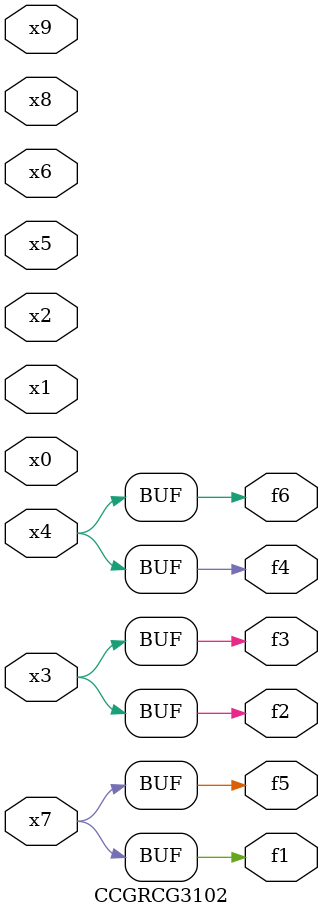
<source format=v>
module CCGRCG3102(
	input x0, x1, x2, x3, x4, x5, x6, x7, x8, x9,
	output f1, f2, f3, f4, f5, f6
);
	assign f1 = x7;
	assign f2 = x3;
	assign f3 = x3;
	assign f4 = x4;
	assign f5 = x7;
	assign f6 = x4;
endmodule

</source>
